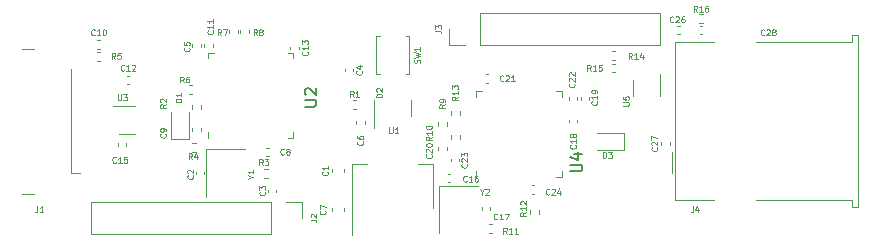
<source format=gbr>
G04 #@! TF.GenerationSoftware,KiCad,Pcbnew,5.1.6-c6e7f7d~87~ubuntu18.04.1*
G04 #@! TF.CreationDate,2021-03-10T21:37:55+06:00*
G04 #@! TF.ProjectId,USG_plus_QFN,5553475f-706c-4757-935f-51464e2e6b69,rev?*
G04 #@! TF.SameCoordinates,Original*
G04 #@! TF.FileFunction,Legend,Top*
G04 #@! TF.FilePolarity,Positive*
%FSLAX46Y46*%
G04 Gerber Fmt 4.6, Leading zero omitted, Abs format (unit mm)*
G04 Created by KiCad (PCBNEW 5.1.6-c6e7f7d~87~ubuntu18.04.1) date 2021-03-10 21:37:55*
%MOMM*%
%LPD*%
G01*
G04 APERTURE LIST*
%ADD10C,0.120000*%
%ADD11C,0.100000*%
%ADD12C,0.150000*%
G04 APERTURE END LIST*
D10*
X147340000Y-137992164D02*
X147340000Y-138207836D01*
X148060000Y-137992164D02*
X148060000Y-138207836D01*
X126290000Y-144340580D02*
X126290000Y-144059420D01*
X127310000Y-144340580D02*
X127310000Y-144059420D01*
X127310000Y-147359420D02*
X127310000Y-147640580D01*
X126290000Y-147359420D02*
X126290000Y-147640580D01*
X112665000Y-139200000D02*
X112665000Y-141485000D01*
X112665000Y-141485000D02*
X114135000Y-141485000D01*
X114135000Y-141485000D02*
X114135000Y-139200000D01*
X132960000Y-138900000D02*
X132960000Y-138250000D01*
X132960000Y-138900000D02*
X132960000Y-139550000D01*
X129840000Y-138900000D02*
X129840000Y-138250000D01*
X129840000Y-138900000D02*
X129840000Y-140575000D01*
X150985000Y-140965000D02*
X148700000Y-140965000D01*
X150985000Y-142435000D02*
X150985000Y-140965000D01*
X148700000Y-142435000D02*
X150985000Y-142435000D01*
X104220000Y-144400000D02*
X104220000Y-135600000D01*
X101050000Y-146145000D02*
X100000000Y-146145000D01*
X101050000Y-133855000D02*
X100000000Y-133855000D01*
X104220000Y-144400000D02*
X104975000Y-144400000D01*
X123730000Y-146870000D02*
X123730000Y-148200000D01*
X122400000Y-146870000D02*
X123730000Y-146870000D01*
X121130000Y-146870000D02*
X121130000Y-149530000D01*
X121130000Y-149530000D02*
X105830000Y-149530000D01*
X121130000Y-146870000D02*
X105830000Y-146870000D01*
X105830000Y-146870000D02*
X105830000Y-149530000D01*
X154070000Y-133530000D02*
X154070000Y-130870000D01*
X138770000Y-133530000D02*
X154070000Y-133530000D01*
X138770000Y-130870000D02*
X154070000Y-130870000D01*
X138770000Y-133530000D02*
X138770000Y-130870000D01*
X137500000Y-133530000D02*
X136170000Y-133530000D01*
X136170000Y-133530000D02*
X136170000Y-132200000D01*
X170280000Y-146660000D02*
X162170000Y-146660000D01*
X170280000Y-146660000D02*
X170280000Y-147310000D01*
X155320000Y-146660000D02*
X155320000Y-133340000D01*
X155320000Y-146660000D02*
X158650000Y-146660000D01*
X155320000Y-133340000D02*
X158650000Y-133340000D01*
X170800000Y-132690000D02*
X170280000Y-132690000D01*
X170800000Y-147310000D02*
X170800000Y-132690000D01*
X162170000Y-133340000D02*
X170280000Y-133340000D01*
X170280000Y-147310000D02*
X170800000Y-147310000D01*
X170280000Y-132690000D02*
X170280000Y-133340000D01*
X155100000Y-144400000D02*
X155100000Y-142600000D01*
X132500000Y-136050000D02*
X132800000Y-136050000D01*
X132800000Y-136050000D02*
X132800000Y-132750000D01*
X132800000Y-132750000D02*
X132500000Y-132750000D01*
X130300000Y-136050000D02*
X130000000Y-136050000D01*
X130000000Y-136050000D02*
X130000000Y-132750000D01*
X130000000Y-132750000D02*
X130300000Y-132750000D01*
X134810000Y-143590000D02*
X133550000Y-143590000D01*
X127990000Y-143590000D02*
X129250000Y-143590000D01*
X134810000Y-147350000D02*
X134810000Y-143590000D01*
X127990000Y-149600000D02*
X127990000Y-143590000D01*
X109600000Y-138740000D02*
X107700000Y-138740000D01*
X108200000Y-141060000D02*
X109600000Y-141060000D01*
X151740000Y-136500000D02*
X151740000Y-137900000D01*
X154060000Y-137900000D02*
X154060000Y-136000000D01*
X115650000Y-142400000D02*
X115650000Y-146400000D01*
X118950000Y-142400000D02*
X115650000Y-142400000D01*
X138650000Y-145500000D02*
X135350000Y-145500000D01*
X135350000Y-145500000D02*
X135350000Y-149500000D01*
X115460000Y-144292164D02*
X115460000Y-144507836D01*
X114740000Y-144292164D02*
X114740000Y-144507836D01*
X120840000Y-145792164D02*
X120840000Y-146007836D01*
X121560000Y-145792164D02*
X121560000Y-146007836D01*
X127340000Y-135552164D02*
X127340000Y-135767836D01*
X128060000Y-135552164D02*
X128060000Y-135767836D01*
X115160000Y-133707836D02*
X115160000Y-133492164D01*
X114440000Y-133707836D02*
X114440000Y-133492164D01*
X129040000Y-140227836D02*
X129040000Y-140012164D01*
X128320000Y-140227836D02*
X128320000Y-140012164D01*
X120907836Y-142240000D02*
X120692164Y-142240000D01*
X120907836Y-142960000D02*
X120692164Y-142960000D01*
X114440000Y-140807836D02*
X114440000Y-140592164D01*
X115160000Y-140807836D02*
X115160000Y-140592164D01*
X106392164Y-133140000D02*
X106607836Y-133140000D01*
X106392164Y-133860000D02*
X106607836Y-133860000D01*
X116160000Y-133707836D02*
X116160000Y-133492164D01*
X115440000Y-133707836D02*
X115440000Y-133492164D01*
X109107836Y-136140000D02*
X108892164Y-136140000D01*
X109107836Y-136860000D02*
X108892164Y-136860000D01*
X123460000Y-133907836D02*
X123460000Y-133692164D01*
X122740000Y-133907836D02*
X122740000Y-133692164D01*
X108140000Y-142107836D02*
X108140000Y-141892164D01*
X108860000Y-142107836D02*
X108860000Y-141892164D01*
X136092164Y-144440000D02*
X136307836Y-144440000D01*
X136092164Y-145160000D02*
X136307836Y-145160000D01*
X138940000Y-147507836D02*
X138940000Y-147292164D01*
X139660000Y-147507836D02*
X139660000Y-147292164D01*
X146340000Y-139892164D02*
X146340000Y-140107836D01*
X147060000Y-139892164D02*
X147060000Y-140107836D01*
X136000000Y-142417836D02*
X136000000Y-142202164D01*
X135280000Y-142417836D02*
X135280000Y-142202164D01*
X139292164Y-136040000D02*
X139507836Y-136040000D01*
X139292164Y-136760000D02*
X139507836Y-136760000D01*
X146340000Y-137992164D02*
X146340000Y-138207836D01*
X147060000Y-137992164D02*
X147060000Y-138207836D01*
X136340000Y-143407836D02*
X136340000Y-143192164D01*
X137060000Y-143407836D02*
X137060000Y-143192164D01*
X143407836Y-145440000D02*
X143192164Y-145440000D01*
X143407836Y-146160000D02*
X143192164Y-146160000D01*
X155492164Y-131940000D02*
X155707836Y-131940000D01*
X155492164Y-132660000D02*
X155707836Y-132660000D01*
X154140000Y-142007836D02*
X154140000Y-141792164D01*
X154860000Y-142007836D02*
X154860000Y-141792164D01*
X157607836Y-132660000D02*
X157392164Y-132660000D01*
X157607836Y-131940000D02*
X157392164Y-131940000D01*
X128333641Y-138240000D02*
X128026359Y-138240000D01*
X128333641Y-139000000D02*
X128026359Y-139000000D01*
X114420000Y-138646359D02*
X114420000Y-138953641D01*
X115180000Y-138646359D02*
X115180000Y-138953641D01*
X120546359Y-144780000D02*
X120853641Y-144780000D01*
X120546359Y-144020000D02*
X120853641Y-144020000D01*
X114446359Y-141820000D02*
X114753641Y-141820000D01*
X114446359Y-142580000D02*
X114753641Y-142580000D01*
X106653641Y-134880000D02*
X106346359Y-134880000D01*
X106653641Y-134120000D02*
X106346359Y-134120000D01*
X114146359Y-136920000D02*
X114453641Y-136920000D01*
X114146359Y-137680000D02*
X114453641Y-137680000D01*
X118280000Y-132553641D02*
X118280000Y-132246359D01*
X117520000Y-132553641D02*
X117520000Y-132246359D01*
X118520000Y-132553641D02*
X118520000Y-132246359D01*
X119280000Y-132553641D02*
X119280000Y-132246359D01*
X136020000Y-140373641D02*
X136020000Y-140066359D01*
X135260000Y-140373641D02*
X135260000Y-140066359D01*
X137080000Y-141503641D02*
X137080000Y-141196359D01*
X136320000Y-141503641D02*
X136320000Y-141196359D01*
X139853641Y-148720000D02*
X139546359Y-148720000D01*
X139853641Y-149480000D02*
X139546359Y-149480000D01*
X143020000Y-147853641D02*
X143020000Y-147546359D01*
X143780000Y-147853641D02*
X143780000Y-147546359D01*
X136320000Y-139146359D02*
X136320000Y-139453641D01*
X137080000Y-139146359D02*
X137080000Y-139453641D01*
X150253641Y-134030000D02*
X149946359Y-134030000D01*
X150253641Y-134790000D02*
X149946359Y-134790000D01*
X150253641Y-135880000D02*
X149946359Y-135880000D01*
X150253641Y-135120000D02*
X149946359Y-135120000D01*
X157346359Y-130920000D02*
X157653641Y-130920000D01*
X157346359Y-131680000D02*
X157653641Y-131680000D01*
X138490000Y-144235000D02*
X138490000Y-144710000D01*
X145710000Y-137490000D02*
X145235000Y-137490000D01*
X145710000Y-137965000D02*
X145710000Y-137490000D01*
X145710000Y-144710000D02*
X145235000Y-144710000D01*
X145710000Y-144235000D02*
X145710000Y-144710000D01*
X138490000Y-137490000D02*
X138965000Y-137490000D01*
X138490000Y-137965000D02*
X138490000Y-137490000D01*
X115790000Y-140935000D02*
X115790000Y-141410000D01*
X123010000Y-134190000D02*
X122535000Y-134190000D01*
X123010000Y-134665000D02*
X123010000Y-134190000D01*
X123010000Y-141410000D02*
X122535000Y-141410000D01*
X123010000Y-140935000D02*
X123010000Y-141410000D01*
X115790000Y-134190000D02*
X116265000Y-134190000D01*
X115790000Y-134665000D02*
X115790000Y-134190000D01*
D11*
X148678571Y-138321428D02*
X148702380Y-138345238D01*
X148726190Y-138416666D01*
X148726190Y-138464285D01*
X148702380Y-138535714D01*
X148654761Y-138583333D01*
X148607142Y-138607142D01*
X148511904Y-138630952D01*
X148440476Y-138630952D01*
X148345238Y-138607142D01*
X148297619Y-138583333D01*
X148250000Y-138535714D01*
X148226190Y-138464285D01*
X148226190Y-138416666D01*
X148250000Y-138345238D01*
X148273809Y-138321428D01*
X148726190Y-137845238D02*
X148726190Y-138130952D01*
X148726190Y-137988095D02*
X148226190Y-137988095D01*
X148297619Y-138035714D01*
X148345238Y-138083333D01*
X148369047Y-138130952D01*
X148726190Y-137607142D02*
X148726190Y-137511904D01*
X148702380Y-137464285D01*
X148678571Y-137440476D01*
X148607142Y-137392857D01*
X148511904Y-137369047D01*
X148321428Y-137369047D01*
X148273809Y-137392857D01*
X148250000Y-137416666D01*
X148226190Y-137464285D01*
X148226190Y-137559523D01*
X148250000Y-137607142D01*
X148273809Y-137630952D01*
X148321428Y-137654761D01*
X148440476Y-137654761D01*
X148488095Y-137630952D01*
X148511904Y-137607142D01*
X148535714Y-137559523D01*
X148535714Y-137464285D01*
X148511904Y-137416666D01*
X148488095Y-137392857D01*
X148440476Y-137369047D01*
X125878571Y-144283333D02*
X125902380Y-144307142D01*
X125926190Y-144378571D01*
X125926190Y-144426190D01*
X125902380Y-144497619D01*
X125854761Y-144545238D01*
X125807142Y-144569047D01*
X125711904Y-144592857D01*
X125640476Y-144592857D01*
X125545238Y-144569047D01*
X125497619Y-144545238D01*
X125450000Y-144497619D01*
X125426190Y-144426190D01*
X125426190Y-144378571D01*
X125450000Y-144307142D01*
X125473809Y-144283333D01*
X125926190Y-143807142D02*
X125926190Y-144092857D01*
X125926190Y-143950000D02*
X125426190Y-143950000D01*
X125497619Y-143997619D01*
X125545238Y-144045238D01*
X125569047Y-144092857D01*
X125678571Y-147583333D02*
X125702380Y-147607142D01*
X125726190Y-147678571D01*
X125726190Y-147726190D01*
X125702380Y-147797619D01*
X125654761Y-147845238D01*
X125607142Y-147869047D01*
X125511904Y-147892857D01*
X125440476Y-147892857D01*
X125345238Y-147869047D01*
X125297619Y-147845238D01*
X125250000Y-147797619D01*
X125226190Y-147726190D01*
X125226190Y-147678571D01*
X125250000Y-147607142D01*
X125273809Y-147583333D01*
X125226190Y-147416666D02*
X125226190Y-147083333D01*
X125726190Y-147297619D01*
X113526190Y-138369047D02*
X113026190Y-138369047D01*
X113026190Y-138250000D01*
X113050000Y-138178571D01*
X113097619Y-138130952D01*
X113145238Y-138107142D01*
X113240476Y-138083333D01*
X113311904Y-138083333D01*
X113407142Y-138107142D01*
X113454761Y-138130952D01*
X113502380Y-138178571D01*
X113526190Y-138250000D01*
X113526190Y-138369047D01*
X113526190Y-137607142D02*
X113526190Y-137892857D01*
X113526190Y-137750000D02*
X113026190Y-137750000D01*
X113097619Y-137797619D01*
X113145238Y-137845238D01*
X113169047Y-137892857D01*
X130526190Y-137969047D02*
X130026190Y-137969047D01*
X130026190Y-137850000D01*
X130050000Y-137778571D01*
X130097619Y-137730952D01*
X130145238Y-137707142D01*
X130240476Y-137683333D01*
X130311904Y-137683333D01*
X130407142Y-137707142D01*
X130454761Y-137730952D01*
X130502380Y-137778571D01*
X130526190Y-137850000D01*
X130526190Y-137969047D01*
X130073809Y-137492857D02*
X130050000Y-137469047D01*
X130026190Y-137421428D01*
X130026190Y-137302380D01*
X130050000Y-137254761D01*
X130073809Y-137230952D01*
X130121428Y-137207142D01*
X130169047Y-137207142D01*
X130240476Y-137230952D01*
X130526190Y-137516666D01*
X130526190Y-137207142D01*
X149230952Y-143126190D02*
X149230952Y-142626190D01*
X149350000Y-142626190D01*
X149421428Y-142650000D01*
X149469047Y-142697619D01*
X149492857Y-142745238D01*
X149516666Y-142840476D01*
X149516666Y-142911904D01*
X149492857Y-143007142D01*
X149469047Y-143054761D01*
X149421428Y-143102380D01*
X149350000Y-143126190D01*
X149230952Y-143126190D01*
X149683333Y-142626190D02*
X149992857Y-142626190D01*
X149826190Y-142816666D01*
X149897619Y-142816666D01*
X149945238Y-142840476D01*
X149969047Y-142864285D01*
X149992857Y-142911904D01*
X149992857Y-143030952D01*
X149969047Y-143078571D01*
X149945238Y-143102380D01*
X149897619Y-143126190D01*
X149754761Y-143126190D01*
X149707142Y-143102380D01*
X149683333Y-143078571D01*
X101333333Y-147226190D02*
X101333333Y-147583333D01*
X101309523Y-147654761D01*
X101261904Y-147702380D01*
X101190476Y-147726190D01*
X101142857Y-147726190D01*
X101833333Y-147726190D02*
X101547619Y-147726190D01*
X101690476Y-147726190D02*
X101690476Y-147226190D01*
X101642857Y-147297619D01*
X101595238Y-147345238D01*
X101547619Y-147369047D01*
X124456190Y-148366666D02*
X124813333Y-148366666D01*
X124884761Y-148390476D01*
X124932380Y-148438095D01*
X124956190Y-148509523D01*
X124956190Y-148557142D01*
X124503809Y-148152380D02*
X124480000Y-148128571D01*
X124456190Y-148080952D01*
X124456190Y-147961904D01*
X124480000Y-147914285D01*
X124503809Y-147890476D01*
X124551428Y-147866666D01*
X124599047Y-147866666D01*
X124670476Y-147890476D01*
X124956190Y-148176190D01*
X124956190Y-147866666D01*
X135026190Y-132366666D02*
X135383333Y-132366666D01*
X135454761Y-132390476D01*
X135502380Y-132438095D01*
X135526190Y-132509523D01*
X135526190Y-132557142D01*
X135026190Y-132176190D02*
X135026190Y-131866666D01*
X135216666Y-132033333D01*
X135216666Y-131961904D01*
X135240476Y-131914285D01*
X135264285Y-131890476D01*
X135311904Y-131866666D01*
X135430952Y-131866666D01*
X135478571Y-131890476D01*
X135502380Y-131914285D01*
X135526190Y-131961904D01*
X135526190Y-132104761D01*
X135502380Y-132152380D01*
X135478571Y-132176190D01*
X156833333Y-147226190D02*
X156833333Y-147583333D01*
X156809523Y-147654761D01*
X156761904Y-147702380D01*
X156690476Y-147726190D01*
X156642857Y-147726190D01*
X157285714Y-147392857D02*
X157285714Y-147726190D01*
X157166666Y-147202380D02*
X157047619Y-147559523D01*
X157357142Y-147559523D01*
X133702380Y-135066666D02*
X133726190Y-134995238D01*
X133726190Y-134876190D01*
X133702380Y-134828571D01*
X133678571Y-134804761D01*
X133630952Y-134780952D01*
X133583333Y-134780952D01*
X133535714Y-134804761D01*
X133511904Y-134828571D01*
X133488095Y-134876190D01*
X133464285Y-134971428D01*
X133440476Y-135019047D01*
X133416666Y-135042857D01*
X133369047Y-135066666D01*
X133321428Y-135066666D01*
X133273809Y-135042857D01*
X133250000Y-135019047D01*
X133226190Y-134971428D01*
X133226190Y-134852380D01*
X133250000Y-134780952D01*
X133226190Y-134614285D02*
X133726190Y-134495238D01*
X133369047Y-134400000D01*
X133726190Y-134304761D01*
X133226190Y-134185714D01*
X133726190Y-133733333D02*
X133726190Y-134019047D01*
X133726190Y-133876190D02*
X133226190Y-133876190D01*
X133297619Y-133923809D01*
X133345238Y-133971428D01*
X133369047Y-134019047D01*
X131119047Y-140526190D02*
X131119047Y-140930952D01*
X131142857Y-140978571D01*
X131166666Y-141002380D01*
X131214285Y-141026190D01*
X131309523Y-141026190D01*
X131357142Y-141002380D01*
X131380952Y-140978571D01*
X131404761Y-140930952D01*
X131404761Y-140526190D01*
X131904761Y-141026190D02*
X131619047Y-141026190D01*
X131761904Y-141026190D02*
X131761904Y-140526190D01*
X131714285Y-140597619D01*
X131666666Y-140645238D01*
X131619047Y-140669047D01*
X108119047Y-137726190D02*
X108119047Y-138130952D01*
X108142857Y-138178571D01*
X108166666Y-138202380D01*
X108214285Y-138226190D01*
X108309523Y-138226190D01*
X108357142Y-138202380D01*
X108380952Y-138178571D01*
X108404761Y-138130952D01*
X108404761Y-137726190D01*
X108595238Y-137726190D02*
X108904761Y-137726190D01*
X108738095Y-137916666D01*
X108809523Y-137916666D01*
X108857142Y-137940476D01*
X108880952Y-137964285D01*
X108904761Y-138011904D01*
X108904761Y-138130952D01*
X108880952Y-138178571D01*
X108857142Y-138202380D01*
X108809523Y-138226190D01*
X108666666Y-138226190D01*
X108619047Y-138202380D01*
X108595238Y-138178571D01*
X150926190Y-138680952D02*
X151330952Y-138680952D01*
X151378571Y-138657142D01*
X151402380Y-138633333D01*
X151426190Y-138585714D01*
X151426190Y-138490476D01*
X151402380Y-138442857D01*
X151378571Y-138419047D01*
X151330952Y-138395238D01*
X150926190Y-138395238D01*
X150926190Y-137919047D02*
X150926190Y-138157142D01*
X151164285Y-138180952D01*
X151140476Y-138157142D01*
X151116666Y-138109523D01*
X151116666Y-137990476D01*
X151140476Y-137942857D01*
X151164285Y-137919047D01*
X151211904Y-137895238D01*
X151330952Y-137895238D01*
X151378571Y-137919047D01*
X151402380Y-137942857D01*
X151426190Y-137990476D01*
X151426190Y-138109523D01*
X151402380Y-138157142D01*
X151378571Y-138180952D01*
X119388095Y-144738095D02*
X119626190Y-144738095D01*
X119126190Y-144904761D02*
X119388095Y-144738095D01*
X119126190Y-144571428D01*
X119626190Y-144142857D02*
X119626190Y-144428571D01*
X119626190Y-144285714D02*
X119126190Y-144285714D01*
X119197619Y-144333333D01*
X119245238Y-144380952D01*
X119269047Y-144428571D01*
X138961904Y-145988095D02*
X138961904Y-146226190D01*
X138795238Y-145726190D02*
X138961904Y-145988095D01*
X139128571Y-145726190D01*
X139271428Y-145773809D02*
X139295238Y-145750000D01*
X139342857Y-145726190D01*
X139461904Y-145726190D01*
X139509523Y-145750000D01*
X139533333Y-145773809D01*
X139557142Y-145821428D01*
X139557142Y-145869047D01*
X139533333Y-145940476D01*
X139247619Y-146226190D01*
X139557142Y-146226190D01*
X114478571Y-144583333D02*
X114502380Y-144607142D01*
X114526190Y-144678571D01*
X114526190Y-144726190D01*
X114502380Y-144797619D01*
X114454761Y-144845238D01*
X114407142Y-144869047D01*
X114311904Y-144892857D01*
X114240476Y-144892857D01*
X114145238Y-144869047D01*
X114097619Y-144845238D01*
X114050000Y-144797619D01*
X114026190Y-144726190D01*
X114026190Y-144678571D01*
X114050000Y-144607142D01*
X114073809Y-144583333D01*
X114073809Y-144392857D02*
X114050000Y-144369047D01*
X114026190Y-144321428D01*
X114026190Y-144202380D01*
X114050000Y-144154761D01*
X114073809Y-144130952D01*
X114121428Y-144107142D01*
X114169047Y-144107142D01*
X114240476Y-144130952D01*
X114526190Y-144416666D01*
X114526190Y-144107142D01*
X120568571Y-145963333D02*
X120592380Y-145987142D01*
X120616190Y-146058571D01*
X120616190Y-146106190D01*
X120592380Y-146177619D01*
X120544761Y-146225238D01*
X120497142Y-146249047D01*
X120401904Y-146272857D01*
X120330476Y-146272857D01*
X120235238Y-146249047D01*
X120187619Y-146225238D01*
X120140000Y-146177619D01*
X120116190Y-146106190D01*
X120116190Y-146058571D01*
X120140000Y-145987142D01*
X120163809Y-145963333D01*
X120116190Y-145796666D02*
X120116190Y-145487142D01*
X120306666Y-145653809D01*
X120306666Y-145582380D01*
X120330476Y-145534761D01*
X120354285Y-145510952D01*
X120401904Y-145487142D01*
X120520952Y-145487142D01*
X120568571Y-145510952D01*
X120592380Y-145534761D01*
X120616190Y-145582380D01*
X120616190Y-145725238D01*
X120592380Y-145772857D01*
X120568571Y-145796666D01*
X128778571Y-135743333D02*
X128802380Y-135767142D01*
X128826190Y-135838571D01*
X128826190Y-135886190D01*
X128802380Y-135957619D01*
X128754761Y-136005238D01*
X128707142Y-136029047D01*
X128611904Y-136052857D01*
X128540476Y-136052857D01*
X128445238Y-136029047D01*
X128397619Y-136005238D01*
X128350000Y-135957619D01*
X128326190Y-135886190D01*
X128326190Y-135838571D01*
X128350000Y-135767142D01*
X128373809Y-135743333D01*
X128492857Y-135314761D02*
X128826190Y-135314761D01*
X128302380Y-135433809D02*
X128659523Y-135552857D01*
X128659523Y-135243333D01*
X114178571Y-133783333D02*
X114202380Y-133807142D01*
X114226190Y-133878571D01*
X114226190Y-133926190D01*
X114202380Y-133997619D01*
X114154761Y-134045238D01*
X114107142Y-134069047D01*
X114011904Y-134092857D01*
X113940476Y-134092857D01*
X113845238Y-134069047D01*
X113797619Y-134045238D01*
X113750000Y-133997619D01*
X113726190Y-133926190D01*
X113726190Y-133878571D01*
X113750000Y-133807142D01*
X113773809Y-133783333D01*
X113726190Y-133330952D02*
X113726190Y-133569047D01*
X113964285Y-133592857D01*
X113940476Y-133569047D01*
X113916666Y-133521428D01*
X113916666Y-133402380D01*
X113940476Y-133354761D01*
X113964285Y-133330952D01*
X114011904Y-133307142D01*
X114130952Y-133307142D01*
X114178571Y-133330952D01*
X114202380Y-133354761D01*
X114226190Y-133402380D01*
X114226190Y-133521428D01*
X114202380Y-133569047D01*
X114178571Y-133592857D01*
X128858571Y-141703333D02*
X128882380Y-141727142D01*
X128906190Y-141798571D01*
X128906190Y-141846190D01*
X128882380Y-141917619D01*
X128834761Y-141965238D01*
X128787142Y-141989047D01*
X128691904Y-142012857D01*
X128620476Y-142012857D01*
X128525238Y-141989047D01*
X128477619Y-141965238D01*
X128430000Y-141917619D01*
X128406190Y-141846190D01*
X128406190Y-141798571D01*
X128430000Y-141727142D01*
X128453809Y-141703333D01*
X128406190Y-141274761D02*
X128406190Y-141370000D01*
X128430000Y-141417619D01*
X128453809Y-141441428D01*
X128525238Y-141489047D01*
X128620476Y-141512857D01*
X128810952Y-141512857D01*
X128858571Y-141489047D01*
X128882380Y-141465238D01*
X128906190Y-141417619D01*
X128906190Y-141322380D01*
X128882380Y-141274761D01*
X128858571Y-141250952D01*
X128810952Y-141227142D01*
X128691904Y-141227142D01*
X128644285Y-141250952D01*
X128620476Y-141274761D01*
X128596666Y-141322380D01*
X128596666Y-141417619D01*
X128620476Y-141465238D01*
X128644285Y-141489047D01*
X128691904Y-141512857D01*
X122216666Y-142778571D02*
X122192857Y-142802380D01*
X122121428Y-142826190D01*
X122073809Y-142826190D01*
X122002380Y-142802380D01*
X121954761Y-142754761D01*
X121930952Y-142707142D01*
X121907142Y-142611904D01*
X121907142Y-142540476D01*
X121930952Y-142445238D01*
X121954761Y-142397619D01*
X122002380Y-142350000D01*
X122073809Y-142326190D01*
X122121428Y-142326190D01*
X122192857Y-142350000D01*
X122216666Y-142373809D01*
X122502380Y-142540476D02*
X122454761Y-142516666D01*
X122430952Y-142492857D01*
X122407142Y-142445238D01*
X122407142Y-142421428D01*
X122430952Y-142373809D01*
X122454761Y-142350000D01*
X122502380Y-142326190D01*
X122597619Y-142326190D01*
X122645238Y-142350000D01*
X122669047Y-142373809D01*
X122692857Y-142421428D01*
X122692857Y-142445238D01*
X122669047Y-142492857D01*
X122645238Y-142516666D01*
X122597619Y-142540476D01*
X122502380Y-142540476D01*
X122454761Y-142564285D01*
X122430952Y-142588095D01*
X122407142Y-142635714D01*
X122407142Y-142730952D01*
X122430952Y-142778571D01*
X122454761Y-142802380D01*
X122502380Y-142826190D01*
X122597619Y-142826190D01*
X122645238Y-142802380D01*
X122669047Y-142778571D01*
X122692857Y-142730952D01*
X122692857Y-142635714D01*
X122669047Y-142588095D01*
X122645238Y-142564285D01*
X122597619Y-142540476D01*
X112178571Y-141083333D02*
X112202380Y-141107142D01*
X112226190Y-141178571D01*
X112226190Y-141226190D01*
X112202380Y-141297619D01*
X112154761Y-141345238D01*
X112107142Y-141369047D01*
X112011904Y-141392857D01*
X111940476Y-141392857D01*
X111845238Y-141369047D01*
X111797619Y-141345238D01*
X111750000Y-141297619D01*
X111726190Y-141226190D01*
X111726190Y-141178571D01*
X111750000Y-141107142D01*
X111773809Y-141083333D01*
X112226190Y-140845238D02*
X112226190Y-140750000D01*
X112202380Y-140702380D01*
X112178571Y-140678571D01*
X112107142Y-140630952D01*
X112011904Y-140607142D01*
X111821428Y-140607142D01*
X111773809Y-140630952D01*
X111750000Y-140654761D01*
X111726190Y-140702380D01*
X111726190Y-140797619D01*
X111750000Y-140845238D01*
X111773809Y-140869047D01*
X111821428Y-140892857D01*
X111940476Y-140892857D01*
X111988095Y-140869047D01*
X112011904Y-140845238D01*
X112035714Y-140797619D01*
X112035714Y-140702380D01*
X112011904Y-140654761D01*
X111988095Y-140630952D01*
X111940476Y-140607142D01*
X106178571Y-132678571D02*
X106154761Y-132702380D01*
X106083333Y-132726190D01*
X106035714Y-132726190D01*
X105964285Y-132702380D01*
X105916666Y-132654761D01*
X105892857Y-132607142D01*
X105869047Y-132511904D01*
X105869047Y-132440476D01*
X105892857Y-132345238D01*
X105916666Y-132297619D01*
X105964285Y-132250000D01*
X106035714Y-132226190D01*
X106083333Y-132226190D01*
X106154761Y-132250000D01*
X106178571Y-132273809D01*
X106654761Y-132726190D02*
X106369047Y-132726190D01*
X106511904Y-132726190D02*
X106511904Y-132226190D01*
X106464285Y-132297619D01*
X106416666Y-132345238D01*
X106369047Y-132369047D01*
X106964285Y-132226190D02*
X107011904Y-132226190D01*
X107059523Y-132250000D01*
X107083333Y-132273809D01*
X107107142Y-132321428D01*
X107130952Y-132416666D01*
X107130952Y-132535714D01*
X107107142Y-132630952D01*
X107083333Y-132678571D01*
X107059523Y-132702380D01*
X107011904Y-132726190D01*
X106964285Y-132726190D01*
X106916666Y-132702380D01*
X106892857Y-132678571D01*
X106869047Y-132630952D01*
X106845238Y-132535714D01*
X106845238Y-132416666D01*
X106869047Y-132321428D01*
X106892857Y-132273809D01*
X106916666Y-132250000D01*
X106964285Y-132226190D01*
X116178571Y-132321428D02*
X116202380Y-132345238D01*
X116226190Y-132416666D01*
X116226190Y-132464285D01*
X116202380Y-132535714D01*
X116154761Y-132583333D01*
X116107142Y-132607142D01*
X116011904Y-132630952D01*
X115940476Y-132630952D01*
X115845238Y-132607142D01*
X115797619Y-132583333D01*
X115750000Y-132535714D01*
X115726190Y-132464285D01*
X115726190Y-132416666D01*
X115750000Y-132345238D01*
X115773809Y-132321428D01*
X116226190Y-131845238D02*
X116226190Y-132130952D01*
X116226190Y-131988095D02*
X115726190Y-131988095D01*
X115797619Y-132035714D01*
X115845238Y-132083333D01*
X115869047Y-132130952D01*
X116226190Y-131369047D02*
X116226190Y-131654761D01*
X116226190Y-131511904D02*
X115726190Y-131511904D01*
X115797619Y-131559523D01*
X115845238Y-131607142D01*
X115869047Y-131654761D01*
X108678571Y-135678571D02*
X108654761Y-135702380D01*
X108583333Y-135726190D01*
X108535714Y-135726190D01*
X108464285Y-135702380D01*
X108416666Y-135654761D01*
X108392857Y-135607142D01*
X108369047Y-135511904D01*
X108369047Y-135440476D01*
X108392857Y-135345238D01*
X108416666Y-135297619D01*
X108464285Y-135250000D01*
X108535714Y-135226190D01*
X108583333Y-135226190D01*
X108654761Y-135250000D01*
X108678571Y-135273809D01*
X109154761Y-135726190D02*
X108869047Y-135726190D01*
X109011904Y-135726190D02*
X109011904Y-135226190D01*
X108964285Y-135297619D01*
X108916666Y-135345238D01*
X108869047Y-135369047D01*
X109345238Y-135273809D02*
X109369047Y-135250000D01*
X109416666Y-135226190D01*
X109535714Y-135226190D01*
X109583333Y-135250000D01*
X109607142Y-135273809D01*
X109630952Y-135321428D01*
X109630952Y-135369047D01*
X109607142Y-135440476D01*
X109321428Y-135726190D01*
X109630952Y-135726190D01*
X124178571Y-134121428D02*
X124202380Y-134145238D01*
X124226190Y-134216666D01*
X124226190Y-134264285D01*
X124202380Y-134335714D01*
X124154761Y-134383333D01*
X124107142Y-134407142D01*
X124011904Y-134430952D01*
X123940476Y-134430952D01*
X123845238Y-134407142D01*
X123797619Y-134383333D01*
X123750000Y-134335714D01*
X123726190Y-134264285D01*
X123726190Y-134216666D01*
X123750000Y-134145238D01*
X123773809Y-134121428D01*
X124226190Y-133645238D02*
X124226190Y-133930952D01*
X124226190Y-133788095D02*
X123726190Y-133788095D01*
X123797619Y-133835714D01*
X123845238Y-133883333D01*
X123869047Y-133930952D01*
X123726190Y-133478571D02*
X123726190Y-133169047D01*
X123916666Y-133335714D01*
X123916666Y-133264285D01*
X123940476Y-133216666D01*
X123964285Y-133192857D01*
X124011904Y-133169047D01*
X124130952Y-133169047D01*
X124178571Y-133192857D01*
X124202380Y-133216666D01*
X124226190Y-133264285D01*
X124226190Y-133407142D01*
X124202380Y-133454761D01*
X124178571Y-133478571D01*
X107978571Y-143478571D02*
X107954761Y-143502380D01*
X107883333Y-143526190D01*
X107835714Y-143526190D01*
X107764285Y-143502380D01*
X107716666Y-143454761D01*
X107692857Y-143407142D01*
X107669047Y-143311904D01*
X107669047Y-143240476D01*
X107692857Y-143145238D01*
X107716666Y-143097619D01*
X107764285Y-143050000D01*
X107835714Y-143026190D01*
X107883333Y-143026190D01*
X107954761Y-143050000D01*
X107978571Y-143073809D01*
X108454761Y-143526190D02*
X108169047Y-143526190D01*
X108311904Y-143526190D02*
X108311904Y-143026190D01*
X108264285Y-143097619D01*
X108216666Y-143145238D01*
X108169047Y-143169047D01*
X108907142Y-143026190D02*
X108669047Y-143026190D01*
X108645238Y-143264285D01*
X108669047Y-143240476D01*
X108716666Y-143216666D01*
X108835714Y-143216666D01*
X108883333Y-143240476D01*
X108907142Y-143264285D01*
X108930952Y-143311904D01*
X108930952Y-143430952D01*
X108907142Y-143478571D01*
X108883333Y-143502380D01*
X108835714Y-143526190D01*
X108716666Y-143526190D01*
X108669047Y-143502380D01*
X108645238Y-143478571D01*
X137678571Y-145078571D02*
X137654761Y-145102380D01*
X137583333Y-145126190D01*
X137535714Y-145126190D01*
X137464285Y-145102380D01*
X137416666Y-145054761D01*
X137392857Y-145007142D01*
X137369047Y-144911904D01*
X137369047Y-144840476D01*
X137392857Y-144745238D01*
X137416666Y-144697619D01*
X137464285Y-144650000D01*
X137535714Y-144626190D01*
X137583333Y-144626190D01*
X137654761Y-144650000D01*
X137678571Y-144673809D01*
X138154761Y-145126190D02*
X137869047Y-145126190D01*
X138011904Y-145126190D02*
X138011904Y-144626190D01*
X137964285Y-144697619D01*
X137916666Y-144745238D01*
X137869047Y-144769047D01*
X138583333Y-144626190D02*
X138488095Y-144626190D01*
X138440476Y-144650000D01*
X138416666Y-144673809D01*
X138369047Y-144745238D01*
X138345238Y-144840476D01*
X138345238Y-145030952D01*
X138369047Y-145078571D01*
X138392857Y-145102380D01*
X138440476Y-145126190D01*
X138535714Y-145126190D01*
X138583333Y-145102380D01*
X138607142Y-145078571D01*
X138630952Y-145030952D01*
X138630952Y-144911904D01*
X138607142Y-144864285D01*
X138583333Y-144840476D01*
X138535714Y-144816666D01*
X138440476Y-144816666D01*
X138392857Y-144840476D01*
X138369047Y-144864285D01*
X138345238Y-144911904D01*
X140278571Y-148278571D02*
X140254761Y-148302380D01*
X140183333Y-148326190D01*
X140135714Y-148326190D01*
X140064285Y-148302380D01*
X140016666Y-148254761D01*
X139992857Y-148207142D01*
X139969047Y-148111904D01*
X139969047Y-148040476D01*
X139992857Y-147945238D01*
X140016666Y-147897619D01*
X140064285Y-147850000D01*
X140135714Y-147826190D01*
X140183333Y-147826190D01*
X140254761Y-147850000D01*
X140278571Y-147873809D01*
X140754761Y-148326190D02*
X140469047Y-148326190D01*
X140611904Y-148326190D02*
X140611904Y-147826190D01*
X140564285Y-147897619D01*
X140516666Y-147945238D01*
X140469047Y-147969047D01*
X140921428Y-147826190D02*
X141254761Y-147826190D01*
X141040476Y-148326190D01*
X146878571Y-142021428D02*
X146902380Y-142045238D01*
X146926190Y-142116666D01*
X146926190Y-142164285D01*
X146902380Y-142235714D01*
X146854761Y-142283333D01*
X146807142Y-142307142D01*
X146711904Y-142330952D01*
X146640476Y-142330952D01*
X146545238Y-142307142D01*
X146497619Y-142283333D01*
X146450000Y-142235714D01*
X146426190Y-142164285D01*
X146426190Y-142116666D01*
X146450000Y-142045238D01*
X146473809Y-142021428D01*
X146926190Y-141545238D02*
X146926190Y-141830952D01*
X146926190Y-141688095D02*
X146426190Y-141688095D01*
X146497619Y-141735714D01*
X146545238Y-141783333D01*
X146569047Y-141830952D01*
X146640476Y-141259523D02*
X146616666Y-141307142D01*
X146592857Y-141330952D01*
X146545238Y-141354761D01*
X146521428Y-141354761D01*
X146473809Y-141330952D01*
X146450000Y-141307142D01*
X146426190Y-141259523D01*
X146426190Y-141164285D01*
X146450000Y-141116666D01*
X146473809Y-141092857D01*
X146521428Y-141069047D01*
X146545238Y-141069047D01*
X146592857Y-141092857D01*
X146616666Y-141116666D01*
X146640476Y-141164285D01*
X146640476Y-141259523D01*
X146664285Y-141307142D01*
X146688095Y-141330952D01*
X146735714Y-141354761D01*
X146830952Y-141354761D01*
X146878571Y-141330952D01*
X146902380Y-141307142D01*
X146926190Y-141259523D01*
X146926190Y-141164285D01*
X146902380Y-141116666D01*
X146878571Y-141092857D01*
X146830952Y-141069047D01*
X146735714Y-141069047D01*
X146688095Y-141092857D01*
X146664285Y-141116666D01*
X146640476Y-141164285D01*
X134678571Y-142821428D02*
X134702380Y-142845238D01*
X134726190Y-142916666D01*
X134726190Y-142964285D01*
X134702380Y-143035714D01*
X134654761Y-143083333D01*
X134607142Y-143107142D01*
X134511904Y-143130952D01*
X134440476Y-143130952D01*
X134345238Y-143107142D01*
X134297619Y-143083333D01*
X134250000Y-143035714D01*
X134226190Y-142964285D01*
X134226190Y-142916666D01*
X134250000Y-142845238D01*
X134273809Y-142821428D01*
X134273809Y-142630952D02*
X134250000Y-142607142D01*
X134226190Y-142559523D01*
X134226190Y-142440476D01*
X134250000Y-142392857D01*
X134273809Y-142369047D01*
X134321428Y-142345238D01*
X134369047Y-142345238D01*
X134440476Y-142369047D01*
X134726190Y-142654761D01*
X134726190Y-142345238D01*
X134226190Y-142035714D02*
X134226190Y-141988095D01*
X134250000Y-141940476D01*
X134273809Y-141916666D01*
X134321428Y-141892857D01*
X134416666Y-141869047D01*
X134535714Y-141869047D01*
X134630952Y-141892857D01*
X134678571Y-141916666D01*
X134702380Y-141940476D01*
X134726190Y-141988095D01*
X134726190Y-142035714D01*
X134702380Y-142083333D01*
X134678571Y-142107142D01*
X134630952Y-142130952D01*
X134535714Y-142154761D01*
X134416666Y-142154761D01*
X134321428Y-142130952D01*
X134273809Y-142107142D01*
X134250000Y-142083333D01*
X134226190Y-142035714D01*
X140778571Y-136578571D02*
X140754761Y-136602380D01*
X140683333Y-136626190D01*
X140635714Y-136626190D01*
X140564285Y-136602380D01*
X140516666Y-136554761D01*
X140492857Y-136507142D01*
X140469047Y-136411904D01*
X140469047Y-136340476D01*
X140492857Y-136245238D01*
X140516666Y-136197619D01*
X140564285Y-136150000D01*
X140635714Y-136126190D01*
X140683333Y-136126190D01*
X140754761Y-136150000D01*
X140778571Y-136173809D01*
X140969047Y-136173809D02*
X140992857Y-136150000D01*
X141040476Y-136126190D01*
X141159523Y-136126190D01*
X141207142Y-136150000D01*
X141230952Y-136173809D01*
X141254761Y-136221428D01*
X141254761Y-136269047D01*
X141230952Y-136340476D01*
X140945238Y-136626190D01*
X141254761Y-136626190D01*
X141730952Y-136626190D02*
X141445238Y-136626190D01*
X141588095Y-136626190D02*
X141588095Y-136126190D01*
X141540476Y-136197619D01*
X141492857Y-136245238D01*
X141445238Y-136269047D01*
X146778571Y-136821428D02*
X146802380Y-136845238D01*
X146826190Y-136916666D01*
X146826190Y-136964285D01*
X146802380Y-137035714D01*
X146754761Y-137083333D01*
X146707142Y-137107142D01*
X146611904Y-137130952D01*
X146540476Y-137130952D01*
X146445238Y-137107142D01*
X146397619Y-137083333D01*
X146350000Y-137035714D01*
X146326190Y-136964285D01*
X146326190Y-136916666D01*
X146350000Y-136845238D01*
X146373809Y-136821428D01*
X146373809Y-136630952D02*
X146350000Y-136607142D01*
X146326190Y-136559523D01*
X146326190Y-136440476D01*
X146350000Y-136392857D01*
X146373809Y-136369047D01*
X146421428Y-136345238D01*
X146469047Y-136345238D01*
X146540476Y-136369047D01*
X146826190Y-136654761D01*
X146826190Y-136345238D01*
X146373809Y-136154761D02*
X146350000Y-136130952D01*
X146326190Y-136083333D01*
X146326190Y-135964285D01*
X146350000Y-135916666D01*
X146373809Y-135892857D01*
X146421428Y-135869047D01*
X146469047Y-135869047D01*
X146540476Y-135892857D01*
X146826190Y-136178571D01*
X146826190Y-135869047D01*
X137678571Y-143621428D02*
X137702380Y-143645238D01*
X137726190Y-143716666D01*
X137726190Y-143764285D01*
X137702380Y-143835714D01*
X137654761Y-143883333D01*
X137607142Y-143907142D01*
X137511904Y-143930952D01*
X137440476Y-143930952D01*
X137345238Y-143907142D01*
X137297619Y-143883333D01*
X137250000Y-143835714D01*
X137226190Y-143764285D01*
X137226190Y-143716666D01*
X137250000Y-143645238D01*
X137273809Y-143621428D01*
X137273809Y-143430952D02*
X137250000Y-143407142D01*
X137226190Y-143359523D01*
X137226190Y-143240476D01*
X137250000Y-143192857D01*
X137273809Y-143169047D01*
X137321428Y-143145238D01*
X137369047Y-143145238D01*
X137440476Y-143169047D01*
X137726190Y-143454761D01*
X137726190Y-143145238D01*
X137226190Y-142978571D02*
X137226190Y-142669047D01*
X137416666Y-142835714D01*
X137416666Y-142764285D01*
X137440476Y-142716666D01*
X137464285Y-142692857D01*
X137511904Y-142669047D01*
X137630952Y-142669047D01*
X137678571Y-142692857D01*
X137702380Y-142716666D01*
X137726190Y-142764285D01*
X137726190Y-142907142D01*
X137702380Y-142954761D01*
X137678571Y-142978571D01*
X144678571Y-146178571D02*
X144654761Y-146202380D01*
X144583333Y-146226190D01*
X144535714Y-146226190D01*
X144464285Y-146202380D01*
X144416666Y-146154761D01*
X144392857Y-146107142D01*
X144369047Y-146011904D01*
X144369047Y-145940476D01*
X144392857Y-145845238D01*
X144416666Y-145797619D01*
X144464285Y-145750000D01*
X144535714Y-145726190D01*
X144583333Y-145726190D01*
X144654761Y-145750000D01*
X144678571Y-145773809D01*
X144869047Y-145773809D02*
X144892857Y-145750000D01*
X144940476Y-145726190D01*
X145059523Y-145726190D01*
X145107142Y-145750000D01*
X145130952Y-145773809D01*
X145154761Y-145821428D01*
X145154761Y-145869047D01*
X145130952Y-145940476D01*
X144845238Y-146226190D01*
X145154761Y-146226190D01*
X145583333Y-145892857D02*
X145583333Y-146226190D01*
X145464285Y-145702380D02*
X145345238Y-146059523D01*
X145654761Y-146059523D01*
X155178571Y-131578571D02*
X155154761Y-131602380D01*
X155083333Y-131626190D01*
X155035714Y-131626190D01*
X154964285Y-131602380D01*
X154916666Y-131554761D01*
X154892857Y-131507142D01*
X154869047Y-131411904D01*
X154869047Y-131340476D01*
X154892857Y-131245238D01*
X154916666Y-131197619D01*
X154964285Y-131150000D01*
X155035714Y-131126190D01*
X155083333Y-131126190D01*
X155154761Y-131150000D01*
X155178571Y-131173809D01*
X155369047Y-131173809D02*
X155392857Y-131150000D01*
X155440476Y-131126190D01*
X155559523Y-131126190D01*
X155607142Y-131150000D01*
X155630952Y-131173809D01*
X155654761Y-131221428D01*
X155654761Y-131269047D01*
X155630952Y-131340476D01*
X155345238Y-131626190D01*
X155654761Y-131626190D01*
X156083333Y-131126190D02*
X155988095Y-131126190D01*
X155940476Y-131150000D01*
X155916666Y-131173809D01*
X155869047Y-131245238D01*
X155845238Y-131340476D01*
X155845238Y-131530952D01*
X155869047Y-131578571D01*
X155892857Y-131602380D01*
X155940476Y-131626190D01*
X156035714Y-131626190D01*
X156083333Y-131602380D01*
X156107142Y-131578571D01*
X156130952Y-131530952D01*
X156130952Y-131411904D01*
X156107142Y-131364285D01*
X156083333Y-131340476D01*
X156035714Y-131316666D01*
X155940476Y-131316666D01*
X155892857Y-131340476D01*
X155869047Y-131364285D01*
X155845238Y-131411904D01*
X153778571Y-142221428D02*
X153802380Y-142245238D01*
X153826190Y-142316666D01*
X153826190Y-142364285D01*
X153802380Y-142435714D01*
X153754761Y-142483333D01*
X153707142Y-142507142D01*
X153611904Y-142530952D01*
X153540476Y-142530952D01*
X153445238Y-142507142D01*
X153397619Y-142483333D01*
X153350000Y-142435714D01*
X153326190Y-142364285D01*
X153326190Y-142316666D01*
X153350000Y-142245238D01*
X153373809Y-142221428D01*
X153373809Y-142030952D02*
X153350000Y-142007142D01*
X153326190Y-141959523D01*
X153326190Y-141840476D01*
X153350000Y-141792857D01*
X153373809Y-141769047D01*
X153421428Y-141745238D01*
X153469047Y-141745238D01*
X153540476Y-141769047D01*
X153826190Y-142054761D01*
X153826190Y-141745238D01*
X153326190Y-141578571D02*
X153326190Y-141245238D01*
X153826190Y-141459523D01*
X162878571Y-132678571D02*
X162854761Y-132702380D01*
X162783333Y-132726190D01*
X162735714Y-132726190D01*
X162664285Y-132702380D01*
X162616666Y-132654761D01*
X162592857Y-132607142D01*
X162569047Y-132511904D01*
X162569047Y-132440476D01*
X162592857Y-132345238D01*
X162616666Y-132297619D01*
X162664285Y-132250000D01*
X162735714Y-132226190D01*
X162783333Y-132226190D01*
X162854761Y-132250000D01*
X162878571Y-132273809D01*
X163069047Y-132273809D02*
X163092857Y-132250000D01*
X163140476Y-132226190D01*
X163259523Y-132226190D01*
X163307142Y-132250000D01*
X163330952Y-132273809D01*
X163354761Y-132321428D01*
X163354761Y-132369047D01*
X163330952Y-132440476D01*
X163045238Y-132726190D01*
X163354761Y-132726190D01*
X163640476Y-132440476D02*
X163592857Y-132416666D01*
X163569047Y-132392857D01*
X163545238Y-132345238D01*
X163545238Y-132321428D01*
X163569047Y-132273809D01*
X163592857Y-132250000D01*
X163640476Y-132226190D01*
X163735714Y-132226190D01*
X163783333Y-132250000D01*
X163807142Y-132273809D01*
X163830952Y-132321428D01*
X163830952Y-132345238D01*
X163807142Y-132392857D01*
X163783333Y-132416666D01*
X163735714Y-132440476D01*
X163640476Y-132440476D01*
X163592857Y-132464285D01*
X163569047Y-132488095D01*
X163545238Y-132535714D01*
X163545238Y-132630952D01*
X163569047Y-132678571D01*
X163592857Y-132702380D01*
X163640476Y-132726190D01*
X163735714Y-132726190D01*
X163783333Y-132702380D01*
X163807142Y-132678571D01*
X163830952Y-132630952D01*
X163830952Y-132535714D01*
X163807142Y-132488095D01*
X163783333Y-132464285D01*
X163735714Y-132440476D01*
X128096666Y-137946190D02*
X127930000Y-137708095D01*
X127810952Y-137946190D02*
X127810952Y-137446190D01*
X128001428Y-137446190D01*
X128049047Y-137470000D01*
X128072857Y-137493809D01*
X128096666Y-137541428D01*
X128096666Y-137612857D01*
X128072857Y-137660476D01*
X128049047Y-137684285D01*
X128001428Y-137708095D01*
X127810952Y-137708095D01*
X128572857Y-137946190D02*
X128287142Y-137946190D01*
X128430000Y-137946190D02*
X128430000Y-137446190D01*
X128382380Y-137517619D01*
X128334761Y-137565238D01*
X128287142Y-137589047D01*
X112226190Y-138583333D02*
X111988095Y-138750000D01*
X112226190Y-138869047D02*
X111726190Y-138869047D01*
X111726190Y-138678571D01*
X111750000Y-138630952D01*
X111773809Y-138607142D01*
X111821428Y-138583333D01*
X111892857Y-138583333D01*
X111940476Y-138607142D01*
X111964285Y-138630952D01*
X111988095Y-138678571D01*
X111988095Y-138869047D01*
X111773809Y-138392857D02*
X111750000Y-138369047D01*
X111726190Y-138321428D01*
X111726190Y-138202380D01*
X111750000Y-138154761D01*
X111773809Y-138130952D01*
X111821428Y-138107142D01*
X111869047Y-138107142D01*
X111940476Y-138130952D01*
X112226190Y-138416666D01*
X112226190Y-138107142D01*
X120416666Y-143726190D02*
X120250000Y-143488095D01*
X120130952Y-143726190D02*
X120130952Y-143226190D01*
X120321428Y-143226190D01*
X120369047Y-143250000D01*
X120392857Y-143273809D01*
X120416666Y-143321428D01*
X120416666Y-143392857D01*
X120392857Y-143440476D01*
X120369047Y-143464285D01*
X120321428Y-143488095D01*
X120130952Y-143488095D01*
X120583333Y-143226190D02*
X120892857Y-143226190D01*
X120726190Y-143416666D01*
X120797619Y-143416666D01*
X120845238Y-143440476D01*
X120869047Y-143464285D01*
X120892857Y-143511904D01*
X120892857Y-143630952D01*
X120869047Y-143678571D01*
X120845238Y-143702380D01*
X120797619Y-143726190D01*
X120654761Y-143726190D01*
X120607142Y-143702380D01*
X120583333Y-143678571D01*
X114416666Y-143226190D02*
X114250000Y-142988095D01*
X114130952Y-143226190D02*
X114130952Y-142726190D01*
X114321428Y-142726190D01*
X114369047Y-142750000D01*
X114392857Y-142773809D01*
X114416666Y-142821428D01*
X114416666Y-142892857D01*
X114392857Y-142940476D01*
X114369047Y-142964285D01*
X114321428Y-142988095D01*
X114130952Y-142988095D01*
X114845238Y-142892857D02*
X114845238Y-143226190D01*
X114726190Y-142702380D02*
X114607142Y-143059523D01*
X114916666Y-143059523D01*
X107916666Y-134726190D02*
X107750000Y-134488095D01*
X107630952Y-134726190D02*
X107630952Y-134226190D01*
X107821428Y-134226190D01*
X107869047Y-134250000D01*
X107892857Y-134273809D01*
X107916666Y-134321428D01*
X107916666Y-134392857D01*
X107892857Y-134440476D01*
X107869047Y-134464285D01*
X107821428Y-134488095D01*
X107630952Y-134488095D01*
X108369047Y-134226190D02*
X108130952Y-134226190D01*
X108107142Y-134464285D01*
X108130952Y-134440476D01*
X108178571Y-134416666D01*
X108297619Y-134416666D01*
X108345238Y-134440476D01*
X108369047Y-134464285D01*
X108392857Y-134511904D01*
X108392857Y-134630952D01*
X108369047Y-134678571D01*
X108345238Y-134702380D01*
X108297619Y-134726190D01*
X108178571Y-134726190D01*
X108130952Y-134702380D01*
X108107142Y-134678571D01*
X113716666Y-136726190D02*
X113550000Y-136488095D01*
X113430952Y-136726190D02*
X113430952Y-136226190D01*
X113621428Y-136226190D01*
X113669047Y-136250000D01*
X113692857Y-136273809D01*
X113716666Y-136321428D01*
X113716666Y-136392857D01*
X113692857Y-136440476D01*
X113669047Y-136464285D01*
X113621428Y-136488095D01*
X113430952Y-136488095D01*
X114145238Y-136226190D02*
X114050000Y-136226190D01*
X114002380Y-136250000D01*
X113978571Y-136273809D01*
X113930952Y-136345238D01*
X113907142Y-136440476D01*
X113907142Y-136630952D01*
X113930952Y-136678571D01*
X113954761Y-136702380D01*
X114002380Y-136726190D01*
X114097619Y-136726190D01*
X114145238Y-136702380D01*
X114169047Y-136678571D01*
X114192857Y-136630952D01*
X114192857Y-136511904D01*
X114169047Y-136464285D01*
X114145238Y-136440476D01*
X114097619Y-136416666D01*
X114002380Y-136416666D01*
X113954761Y-136440476D01*
X113930952Y-136464285D01*
X113907142Y-136511904D01*
X116916666Y-132726190D02*
X116750000Y-132488095D01*
X116630952Y-132726190D02*
X116630952Y-132226190D01*
X116821428Y-132226190D01*
X116869047Y-132250000D01*
X116892857Y-132273809D01*
X116916666Y-132321428D01*
X116916666Y-132392857D01*
X116892857Y-132440476D01*
X116869047Y-132464285D01*
X116821428Y-132488095D01*
X116630952Y-132488095D01*
X117083333Y-132226190D02*
X117416666Y-132226190D01*
X117202380Y-132726190D01*
X119916666Y-132726190D02*
X119750000Y-132488095D01*
X119630952Y-132726190D02*
X119630952Y-132226190D01*
X119821428Y-132226190D01*
X119869047Y-132250000D01*
X119892857Y-132273809D01*
X119916666Y-132321428D01*
X119916666Y-132392857D01*
X119892857Y-132440476D01*
X119869047Y-132464285D01*
X119821428Y-132488095D01*
X119630952Y-132488095D01*
X120202380Y-132440476D02*
X120154761Y-132416666D01*
X120130952Y-132392857D01*
X120107142Y-132345238D01*
X120107142Y-132321428D01*
X120130952Y-132273809D01*
X120154761Y-132250000D01*
X120202380Y-132226190D01*
X120297619Y-132226190D01*
X120345238Y-132250000D01*
X120369047Y-132273809D01*
X120392857Y-132321428D01*
X120392857Y-132345238D01*
X120369047Y-132392857D01*
X120345238Y-132416666D01*
X120297619Y-132440476D01*
X120202380Y-132440476D01*
X120154761Y-132464285D01*
X120130952Y-132488095D01*
X120107142Y-132535714D01*
X120107142Y-132630952D01*
X120130952Y-132678571D01*
X120154761Y-132702380D01*
X120202380Y-132726190D01*
X120297619Y-132726190D01*
X120345238Y-132702380D01*
X120369047Y-132678571D01*
X120392857Y-132630952D01*
X120392857Y-132535714D01*
X120369047Y-132488095D01*
X120345238Y-132464285D01*
X120297619Y-132440476D01*
X135866190Y-138583333D02*
X135628095Y-138750000D01*
X135866190Y-138869047D02*
X135366190Y-138869047D01*
X135366190Y-138678571D01*
X135390000Y-138630952D01*
X135413809Y-138607142D01*
X135461428Y-138583333D01*
X135532857Y-138583333D01*
X135580476Y-138607142D01*
X135604285Y-138630952D01*
X135628095Y-138678571D01*
X135628095Y-138869047D01*
X135866190Y-138345238D02*
X135866190Y-138250000D01*
X135842380Y-138202380D01*
X135818571Y-138178571D01*
X135747142Y-138130952D01*
X135651904Y-138107142D01*
X135461428Y-138107142D01*
X135413809Y-138130952D01*
X135390000Y-138154761D01*
X135366190Y-138202380D01*
X135366190Y-138297619D01*
X135390000Y-138345238D01*
X135413809Y-138369047D01*
X135461428Y-138392857D01*
X135580476Y-138392857D01*
X135628095Y-138369047D01*
X135651904Y-138345238D01*
X135675714Y-138297619D01*
X135675714Y-138202380D01*
X135651904Y-138154761D01*
X135628095Y-138130952D01*
X135580476Y-138107142D01*
X134726190Y-141321428D02*
X134488095Y-141488095D01*
X134726190Y-141607142D02*
X134226190Y-141607142D01*
X134226190Y-141416666D01*
X134250000Y-141369047D01*
X134273809Y-141345238D01*
X134321428Y-141321428D01*
X134392857Y-141321428D01*
X134440476Y-141345238D01*
X134464285Y-141369047D01*
X134488095Y-141416666D01*
X134488095Y-141607142D01*
X134726190Y-140845238D02*
X134726190Y-141130952D01*
X134726190Y-140988095D02*
X134226190Y-140988095D01*
X134297619Y-141035714D01*
X134345238Y-141083333D01*
X134369047Y-141130952D01*
X134226190Y-140535714D02*
X134226190Y-140488095D01*
X134250000Y-140440476D01*
X134273809Y-140416666D01*
X134321428Y-140392857D01*
X134416666Y-140369047D01*
X134535714Y-140369047D01*
X134630952Y-140392857D01*
X134678571Y-140416666D01*
X134702380Y-140440476D01*
X134726190Y-140488095D01*
X134726190Y-140535714D01*
X134702380Y-140583333D01*
X134678571Y-140607142D01*
X134630952Y-140630952D01*
X134535714Y-140654761D01*
X134416666Y-140654761D01*
X134321428Y-140630952D01*
X134273809Y-140607142D01*
X134250000Y-140583333D01*
X134226190Y-140535714D01*
X141078571Y-149526190D02*
X140911904Y-149288095D01*
X140792857Y-149526190D02*
X140792857Y-149026190D01*
X140983333Y-149026190D01*
X141030952Y-149050000D01*
X141054761Y-149073809D01*
X141078571Y-149121428D01*
X141078571Y-149192857D01*
X141054761Y-149240476D01*
X141030952Y-149264285D01*
X140983333Y-149288095D01*
X140792857Y-149288095D01*
X141554761Y-149526190D02*
X141269047Y-149526190D01*
X141411904Y-149526190D02*
X141411904Y-149026190D01*
X141364285Y-149097619D01*
X141316666Y-149145238D01*
X141269047Y-149169047D01*
X142030952Y-149526190D02*
X141745238Y-149526190D01*
X141888095Y-149526190D02*
X141888095Y-149026190D01*
X141840476Y-149097619D01*
X141792857Y-149145238D01*
X141745238Y-149169047D01*
X142726190Y-147721428D02*
X142488095Y-147888095D01*
X142726190Y-148007142D02*
X142226190Y-148007142D01*
X142226190Y-147816666D01*
X142250000Y-147769047D01*
X142273809Y-147745238D01*
X142321428Y-147721428D01*
X142392857Y-147721428D01*
X142440476Y-147745238D01*
X142464285Y-147769047D01*
X142488095Y-147816666D01*
X142488095Y-148007142D01*
X142726190Y-147245238D02*
X142726190Y-147530952D01*
X142726190Y-147388095D02*
X142226190Y-147388095D01*
X142297619Y-147435714D01*
X142345238Y-147483333D01*
X142369047Y-147530952D01*
X142273809Y-147054761D02*
X142250000Y-147030952D01*
X142226190Y-146983333D01*
X142226190Y-146864285D01*
X142250000Y-146816666D01*
X142273809Y-146792857D01*
X142321428Y-146769047D01*
X142369047Y-146769047D01*
X142440476Y-146792857D01*
X142726190Y-147078571D01*
X142726190Y-146769047D01*
X136926190Y-137921428D02*
X136688095Y-138088095D01*
X136926190Y-138207142D02*
X136426190Y-138207142D01*
X136426190Y-138016666D01*
X136450000Y-137969047D01*
X136473809Y-137945238D01*
X136521428Y-137921428D01*
X136592857Y-137921428D01*
X136640476Y-137945238D01*
X136664285Y-137969047D01*
X136688095Y-138016666D01*
X136688095Y-138207142D01*
X136926190Y-137445238D02*
X136926190Y-137730952D01*
X136926190Y-137588095D02*
X136426190Y-137588095D01*
X136497619Y-137635714D01*
X136545238Y-137683333D01*
X136569047Y-137730952D01*
X136426190Y-137278571D02*
X136426190Y-136969047D01*
X136616666Y-137135714D01*
X136616666Y-137064285D01*
X136640476Y-137016666D01*
X136664285Y-136992857D01*
X136711904Y-136969047D01*
X136830952Y-136969047D01*
X136878571Y-136992857D01*
X136902380Y-137016666D01*
X136926190Y-137064285D01*
X136926190Y-137207142D01*
X136902380Y-137254761D01*
X136878571Y-137278571D01*
X151678571Y-134726190D02*
X151511904Y-134488095D01*
X151392857Y-134726190D02*
X151392857Y-134226190D01*
X151583333Y-134226190D01*
X151630952Y-134250000D01*
X151654761Y-134273809D01*
X151678571Y-134321428D01*
X151678571Y-134392857D01*
X151654761Y-134440476D01*
X151630952Y-134464285D01*
X151583333Y-134488095D01*
X151392857Y-134488095D01*
X152154761Y-134726190D02*
X151869047Y-134726190D01*
X152011904Y-134726190D02*
X152011904Y-134226190D01*
X151964285Y-134297619D01*
X151916666Y-134345238D01*
X151869047Y-134369047D01*
X152583333Y-134392857D02*
X152583333Y-134726190D01*
X152464285Y-134202380D02*
X152345238Y-134559523D01*
X152654761Y-134559523D01*
X148178571Y-135726190D02*
X148011904Y-135488095D01*
X147892857Y-135726190D02*
X147892857Y-135226190D01*
X148083333Y-135226190D01*
X148130952Y-135250000D01*
X148154761Y-135273809D01*
X148178571Y-135321428D01*
X148178571Y-135392857D01*
X148154761Y-135440476D01*
X148130952Y-135464285D01*
X148083333Y-135488095D01*
X147892857Y-135488095D01*
X148654761Y-135726190D02*
X148369047Y-135726190D01*
X148511904Y-135726190D02*
X148511904Y-135226190D01*
X148464285Y-135297619D01*
X148416666Y-135345238D01*
X148369047Y-135369047D01*
X149107142Y-135226190D02*
X148869047Y-135226190D01*
X148845238Y-135464285D01*
X148869047Y-135440476D01*
X148916666Y-135416666D01*
X149035714Y-135416666D01*
X149083333Y-135440476D01*
X149107142Y-135464285D01*
X149130952Y-135511904D01*
X149130952Y-135630952D01*
X149107142Y-135678571D01*
X149083333Y-135702380D01*
X149035714Y-135726190D01*
X148916666Y-135726190D01*
X148869047Y-135702380D01*
X148845238Y-135678571D01*
X157178571Y-130726190D02*
X157011904Y-130488095D01*
X156892857Y-130726190D02*
X156892857Y-130226190D01*
X157083333Y-130226190D01*
X157130952Y-130250000D01*
X157154761Y-130273809D01*
X157178571Y-130321428D01*
X157178571Y-130392857D01*
X157154761Y-130440476D01*
X157130952Y-130464285D01*
X157083333Y-130488095D01*
X156892857Y-130488095D01*
X157654761Y-130726190D02*
X157369047Y-130726190D01*
X157511904Y-130726190D02*
X157511904Y-130226190D01*
X157464285Y-130297619D01*
X157416666Y-130345238D01*
X157369047Y-130369047D01*
X158083333Y-130226190D02*
X157988095Y-130226190D01*
X157940476Y-130250000D01*
X157916666Y-130273809D01*
X157869047Y-130345238D01*
X157845238Y-130440476D01*
X157845238Y-130630952D01*
X157869047Y-130678571D01*
X157892857Y-130702380D01*
X157940476Y-130726190D01*
X158035714Y-130726190D01*
X158083333Y-130702380D01*
X158107142Y-130678571D01*
X158130952Y-130630952D01*
X158130952Y-130511904D01*
X158107142Y-130464285D01*
X158083333Y-130440476D01*
X158035714Y-130416666D01*
X157940476Y-130416666D01*
X157892857Y-130440476D01*
X157869047Y-130464285D01*
X157845238Y-130511904D01*
D12*
X146452380Y-144261904D02*
X147261904Y-144261904D01*
X147357142Y-144214285D01*
X147404761Y-144166666D01*
X147452380Y-144071428D01*
X147452380Y-143880952D01*
X147404761Y-143785714D01*
X147357142Y-143738095D01*
X147261904Y-143690476D01*
X146452380Y-143690476D01*
X146785714Y-142785714D02*
X147452380Y-142785714D01*
X146404761Y-143023809D02*
X147119047Y-143261904D01*
X147119047Y-142642857D01*
X123952380Y-138761904D02*
X124761904Y-138761904D01*
X124857142Y-138714285D01*
X124904761Y-138666666D01*
X124952380Y-138571428D01*
X124952380Y-138380952D01*
X124904761Y-138285714D01*
X124857142Y-138238095D01*
X124761904Y-138190476D01*
X123952380Y-138190476D01*
X124047619Y-137761904D02*
X124000000Y-137714285D01*
X123952380Y-137619047D01*
X123952380Y-137380952D01*
X124000000Y-137285714D01*
X124047619Y-137238095D01*
X124142857Y-137190476D01*
X124238095Y-137190476D01*
X124380952Y-137238095D01*
X124952380Y-137809523D01*
X124952380Y-137190476D01*
M02*

</source>
